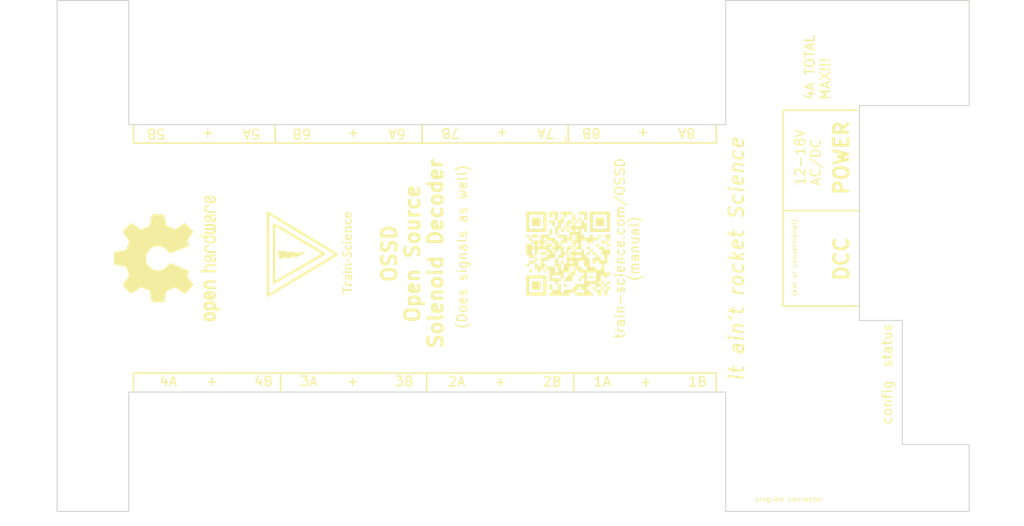
<source format=kicad_pcb>
(kicad_pcb (version 20221018) (generator pcbnew)
  (layers (0 "F.Cu" signal) (31 "B.Cu" signal) (34 "B.Paste" user) (35 "F.Paste" user) (36 "B.SilkS" user "B.Silkscreen") (37 "F.SilkS" user "F.Silkscreen") (38 "B.Mask" user) (39 "F.Mask" user) (44 "Edge.Cuts" user))
  (net 0 "")
  (footprint "MountingHole:MountingHole_3.2mm_M3" (layer "F.Cu") (at 193.755 116.5)
    (fp_text reference "REF**" hide)
    (fp_text value "MountingHole_3.2mm_M3")
    (pad "" np_thru_hole circle (at 0 0) (size 3.2 3.2) (drill 3.2) (layers "F&B.Cu" "*.Mask"))
  )
  (footprint "MountingHole:MountingHole_3.2mm_M3" (layer "F.Cu") (at 105.5 116.487)
    (fp_text reference "REF**" hide)
    (fp_text value "MountingHole_3.2mm_M3")
    (pad "" np_thru_hole circle (at 0 0) (size 3.2 3.2) (drill 3.2) (layers "F&B.Cu" "*.Mask"))
  )
  (footprint "custom_kicad_lib_sk:Train-Science logo small" (layer "F.Cu") (at 128.5 93 90)
    (fp_text reference "G***" hide)
    (fp_text value "LOGO" hide)
  )
  (footprint "MountingHole:MountingHole_3.2mm_M3" (layer "F.Cu") (at 105.5 70)
    (fp_text reference "REF**" hide)
    (fp_text value "MountingHole_3.2mm_M3")
    (pad "" np_thru_hole circle (at 0 0) (size 3.2 3.2) (drill 3.2) (layers "F&B.Cu" "*.Mask"))
  )
  (footprint "Symbol:OSHW-Logo2_14.6x12mm_SilkScreen" (layer "F.Cu") (at 113.5 93.5 90)
    (fp_text reference "REF**" hide)
    (fp_text value "OSHW-Logo2_14.6x12mm_SilkScreen" hide)
  )
  (footprint "custom_kicad_lib_sk:OSSD_QR" (layer "F.Cu") (at 155.5 93)
    (fp_text reference "G***" hide)
    (fp_text value "LOGO" hide)
  )
  (footprint "MountingHole:MountingHole_3.2mm_M3" (layer "F.Cu") (at 193.755 70)
    (fp_text reference "REF**" hide)
    (fp_text value "MountingHole_3.2mm_M3")
    (pad "" np_thru_hole circle (at 0 0) (size 3.2 3.2) (drill 3.2) (layers "F&B.Cu" "*.Mask"))
  )
  (gr_line (start 110 79.5883) (end 110 81.426) (stroke (width 0.15)) (layer "F.SilkS"))
  (gr_line (start 178 78) (end 185.799 78) (stroke (width 0.15)) (layer "F.SilkS"))
  (gr_line (start 171 107.4857) (end 171 105.5) (stroke (width 0.15)) (layer "F.SilkS"))
  (gr_line (start 155.249 81.35115) (end 155.249 80.85115) (stroke (width 0.15)) (layer "F.SilkS"))
  (gr_line (start 124.833 79.4503) (end 124.833 81.288) (stroke (width 0.15)) (layer "F.SilkS"))
  (gr_line (start 178 98.5) (end 186 98.5) (stroke (width 0.15)) (layer "F.SilkS"))
  (gr_line (start 171 79.58115) (end 171 81.41885) (stroke (width 0.15)) (layer "F.SilkS"))
  (gr_line (start 178 88.5) (end 186 88.5) (stroke (width 0.15)) (layer "F.SilkS"))
  (gr_line (start 140.7007 105.50715) (end 140.7007 107.49285) (stroke (width 0.15)) (layer "F.SilkS"))
  (gr_line (start 140.209 79.4503) (end 140.209 81.436) (stroke (width 0.15)) (layer "F.SilkS"))
  (gr_line (start 125.3974 107.49285) (end 125.3974 105.50715) (stroke (width 0.15)) (layer "F.SilkS"))
  (gr_line (start 156.0767 107.465) (end 156.0767 105.6273) (stroke (width 0.15)) (layer "F.SilkS"))
  (gr_line (start 178 78) (end 178 98.5) (stroke (width 0.15)) (layer "F.SilkS"))
  (gr_line (start 171 105.5) (end 110 105.50715) (stroke (width 0.15)) (layer "F.SilkS"))
  (gr_line (start 140.209 79.4503) (end 140.209 81.436) (stroke (width 0.15)) (layer "F.SilkS"))
  (gr_line (start 110 107.49285) (end 110 105.50715) (stroke (width 0.15)) (layer "F.SilkS"))
  (gr_line (start 110 81.426) (end 171 81.41885) (stroke (width 0.15)) (layer "F.SilkS"))
  (gr_line (start 155.509 79.5) (end 155.509 81.37115) (stroke (width 0.15)) (layer "F.SilkS"))
  (gr_line (start 109.5 66.5) (end 109.5 79.5) (stroke (width 0.1)) (layer "Edge.Cuts"))
  (gr_line (start 109.5 107.5) (end 109.5 120) (stroke (width 0.1)) (layer "Edge.Cuts"))
  (gr_line (start 186 100) (end 190.5 100) (stroke (width 0.1)) (layer "Edge.Cuts"))
  (gr_line (start 197.5 66.5) (end 197.5 77.5) (stroke (width 0.1)) (layer "Edge.Cuts"))
  (gr_line (start 186 77.5) (end 186 100) (stroke (width 0.1)) (layer "Edge.Cuts"))
  (gr_line (start 109.5 120) (end 102 120) (stroke (width 0.1)) (layer "Edge.Cuts"))
  (gr_line (start 190.5 113) (end 197.5 113) (stroke (width 0.1)) (layer "Edge.Cuts"))
  (gr_line (start 172 66.5) (end 197.5 66.5) (stroke (width 0.1)) (layer "Edge.Cuts"))
  (gr_line (start 197.5 113) (end 197.5 120) (stroke (width 0.1)) (layer "Edge.Cuts"))
  (gr_line (start 102 66.5) (end 109.5 66.5) (stroke (width 0.1)) (layer "Edge.Cuts"))
  (gr_line (start 190.5 100) (end 190.5 113) (stroke (width 0.1)) (layer "Edge.Cuts"))
  (gr_line (start 197.5 120) (end 172 120) (stroke (width 0.1)) (layer "Edge.Cuts"))
  (gr_line (start 109.5 79.5) (end 172 79.5) (stroke (width 0.1)) (layer "Edge.Cuts"))
  (gr_line (start 172 107.5) (end 109.5 107.5) (stroke (width 0.1)) (layer "Edge.Cuts"))
  (gr_line (start 102 120) (end 102 66.5) (stroke (width 0.1)) (layer "Edge.Cuts"))
  (gr_line (start 172 79.5) (end 172 66.5) (stroke (width 0.1)) (layer "Edge.Cuts"))
  (gr_line (start 172 120) (end 172 107.5) (stroke (width 0.1)) (layer "Edge.Cuts"))
  (gr_line (start 172 107.5) (end 172 107.5) (stroke (width 0.1)) (layer "Edge.Cuts"))
  (gr_line (start 197.5 77.5) (end 186 77.5) (stroke (width 0.1)) (layer "Edge.Cuts"))
  (gr_text "It ain't rocket Science" (at 174 106.5 90) (layer "F.SilkS") (effects (font (size 1.5 1.5) (thickness 0.225) italic) (justify left bottom)))
  (gr_text "program connector" (at 175 119) (layer "F.SilkS") (effects (font (size 0.5 0.5) (thickness 0.075)) (justify left bottom)))
  (gr_text "(Does signals as well)" (at 145 101 90) (layer "F.SilkS") (effects (font (size 1 1)) (justify left bottom)))
  (gr_text "OSSD\nOpen Source\nSolenoid Decoder" (at 142.5 93 90) (layer "F.SilkS") (effects (font (size 1.5 1.5) (thickness 0.3) bold) (justify bottom)))
  (gr_text "5A    +     5B" (at 123.347 79.873 180) (layer "F.SilkS") (effects (font (size 1 1)) (justify left bottom)))
  (gr_text "(manual)" (at 163 96 90) (layer "F.SilkS") (effects (font (size 1 1)) (justify left bottom)))
  (gr_text "config" (at 189.5 111 90) (layer "F.SilkS") (effects (font (size 1 1)) (justify left bottom)))
  (gr_text "(ext or conventional)" (at 179.5 97.5 90) (layer "F.SilkS") (effects (font (size 0.5 0.5) (thickness 0.075)) (justify left bottom)))
  (gr_text "status" (at 189.5 105 90) (layer "F.SilkS") (effects (font (size 1 1)) (justify left bottom)))
  (gr_text "3A    +     3B" (at 127.3657 106.957) (layer "F.SilkS") (effects (font (size 1 1)) (justify left bottom)))
  (gr_text "8A    +     8B" (at 168.911 79.80815 180) (layer "F.SilkS") (effects (font (size 1 1)) (justify left bottom)))
  (gr_text "POWER" (at 185 87 90) (layer "F.SilkS") (effects (font (size 1.5 1.5) (thickness 0.3) bold) (justify left bottom)))
  (gr_text "6A    +     6B" (at 138.587 79.873 180) (layer "F.SilkS") (effects (font (size 1 1)) (justify left bottom)))
  (gr_text "train-science.com/OSSD" (at 161.5 102 90) (layer "F.SilkS") (effects (font (size 1 1)) (justify left bottom)))
  (gr_text "DCC" (at 185 96 90) (layer "F.SilkS") (effects (font (size 1.5 1.5) (thickness 0.3) bold) (justify left bottom)))
  (gr_text "7A    +     7B" (at 154.179 79.80815 180) (layer "F.SilkS") (effects (font (size 1 1)) (justify left bottom)))
  (gr_text "4A    +     4B" (at 112.6337 106.957) (layer "F.SilkS") (effects (font (size 1 1)) (justify left bottom)))
  (gr_text "12-18V\nAC/DC" (at 182 86 90) (layer "F.SilkS") (effects (font (size 1 1)) (justify left bottom)))
  (gr_text "2A    +     2B" (at 142.838 107) (layer "F.SilkS") (effects (font (size 1 1)) (justify left bottom)))
  (gr_text "4A TOTAL\nMAX!!!" (at 183 77 90) (layer "F.SilkS") (effects (font (size 1 1)) (justify left bottom)))
  (gr_text "1A    +     1B" (at 158.078 107) (layer "F.SilkS") (effects (font (size 1 1)) (justify left bottom)))
)
</source>
